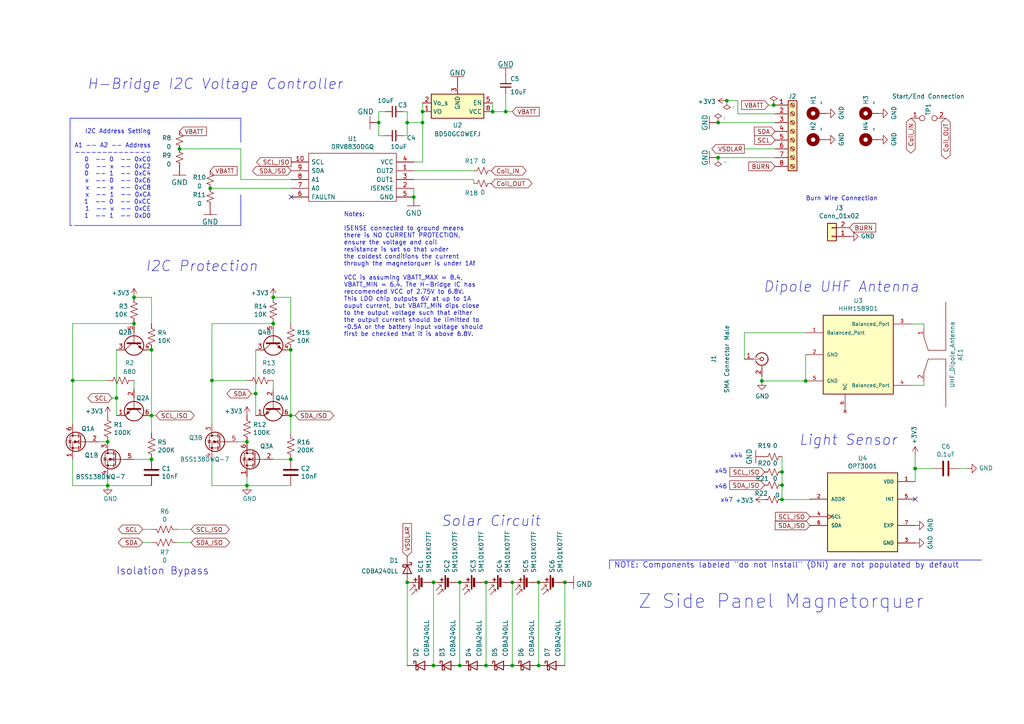
<source format=kicad_sch>
(kicad_sch (version 20230121) (generator eeschema)
  (paper "A4")
  (lib_symbols
    (symbol "Connector:Conn_Coaxial" (pin_names (offset 1.016) hide)
      (property "Reference" "J" (at 0.254 3.048 0))
      (property "Value" "Conn_Coaxial" (at 2.921 0 90))
      (symbol "Conn_Coaxial_1_1"
        (pin passive line (at -5.08 0 0) (length 2.54) (name "In") (number "1"))
        (pin passive line (at 0 -5.08 90) (length 2.54) (name "Ext") (number "2"))
      )
    )
    (symbol "Connector:Screw_Terminal_01x08" (pin_names (offset 1.016) hide)
      (property "Reference" "J" (at 0 10.16 0))
      (property "Value" "Screw_Terminal_01x08" (at 0 -12.7 0))
      (symbol "Screw_Terminal_01x08_1_1"
        (pin passive line (at -5.08 7.62 0) (length 3.81) (name "Pin_1") (number "1"))
        (pin passive line (at -5.08 5.08 0) (length 3.81) (name "Pin_2") (number "2"))
        (pin passive line (at -5.08 2.54 0) (length 3.81) (name "Pin_3") (number "3"))
        (pin passive line (at -5.08 0 0) (length 3.81) (name "Pin_4") (number "4"))
        (pin passive line (at -5.08 -2.54 0) (length 3.81) (name "Pin_5") (number "5"))
        (pin passive line (at -5.08 -5.08 0) (length 3.81) (name "Pin_6") (number "6"))
        (pin passive line (at -5.08 -7.62 0) (length 3.81) (name "Pin_7") (number "7"))
        (pin passive line (at -5.08 -10.16 0) (length 3.81) (name "Pin_8") (number "8"))
      )
    )
    (symbol "Connector_Generic:Conn_01x02" (pin_names (offset 1.016) hide)
      (property "Reference" "J" (at 0 2.54 0))
      (property "Value" "Conn_01x02" (at 0 -5.08 0))
      (symbol "Conn_01x02_1_1"
        (pin passive line (at -5.08 0 0) (length 3.81) (name "Pin_1") (number "1"))
        (pin passive line (at -5.08 -2.54 0) (length 3.81) (name "Pin_2") (number "2"))
      )
    )
    (symbol "Device:C" (pin_numbers hide) (pin_names (offset 0.254))
      (property "Reference" "C" (at 0.635 2.54 0))
      (property "Value" "C" (at 0.635 -2.54 0))
      (symbol "C_1_1"
        (pin passive line (at 0 3.81 270) (length 2.794) (name "~") (number "1"))
        (pin passive line (at 0 -3.81 90) (length 2.794) (name "~") (number "2"))
      )
    )
    (symbol "Device:C_Small" (pin_numbers hide) (pin_names (offset 0.254) hide)
      (property "Reference" "C" (at 0.254 1.778 0))
      (property "Value" "C_Small" (at 0.254 -2.032 0))
      (symbol "C_Small_1_1"
        (pin passive line (at 0 2.54 270) (length 2.032) (name "~") (number "1"))
        (pin passive line (at 0 -2.54 90) (length 2.032) (name "~") (number "2"))
      )
    )
    (symbol "Device:R_Small_US" (pin_numbers hide) (pin_names (offset 0.254) hide)
      (property "Reference" "R" (at 0.762 0.508 0))
      (property "Value" "R_Small_US" (at 0.762 -1.016 0))
      (symbol "R_Small_US_1_1"
        (pin passive line (at 0 2.54 270) (length 1.016) (name "~") (number "1"))
        (pin passive line (at 0 -2.54 90) (length 1.016) (name "~") (number "2"))
      )
    )
    (symbol "Device:R_US" (pin_numbers hide) (pin_names (offset 0))
      (property "Reference" "R" (at 2.54 0 90))
      (property "Value" "R_US" (at -2.54 0 90))
      (symbol "R_US_1_1"
        (pin passive line (at 0 3.81 270) (length 1.27) (name "~") (number "1"))
        (pin passive line (at 0 -3.81 90) (length 1.27) (name "~") (number "2"))
      )
    )
    (symbol "Mechanical:MountingHole_Pad" (pin_numbers hide) (pin_names (offset 1.016) hide)
      (property "Reference" "H" (at 0 6.35 0))
      (property "Value" "MountingHole_Pad" (at 0 4.445 0))
      (symbol "MountingHole_Pad_1_1"
        (pin input line (at 0 -2.54 90) (length 2.54) (name "1") (number "1"))
      )
    )
    (symbol "Regulator_Linear:BD60GA5WEFJ"
      (property "Reference" "U" (at 0 6.35 0))
      (property "Value" "BD60GA5WEFJ" (at 0 3.81 0))
      (symbol "BD60GA5WEFJ_1_1"
        (pin power_out line (at 10.16 0 180) (length 2.54) (name "VO") (number "1"))
        (pin input line (at 10.16 -2.54 180) (length 2.54) (name "Vo_s") (number "2"))
        (pin power_in line (at 0 -7.62 90) (length 2.54) (name "GND") (number "3"))
        (pin passive line (at 0 -7.62 90) (length 2.54) hide (name "GND") (number "4"))
        (pin input line (at -10.16 -2.54 0) (length 2.54) (name "EN") (number "5"))
        (pin passive line (at 0 -7.62 90) (length 2.54) hide (name "GND") (number "6"))
        (pin passive line (at 0 -7.62 90) (length 2.54) hide (name "GND") (number "7"))
        (pin power_in line (at -10.16 0 0) (length 2.54) (name "VCC") (number "8"))
        (pin passive line (at 0 -7.62 90) (length 2.54) hide (name "GND") (number "9"))
      )
    )
    (symbol "Transistor_BJT:MBT2222ADW1T1" (pin_names (offset 0) hide)
      (property "Reference" "Q" (at 5.08 1.27 0))
      (property "Value" "MBT2222ADW1T1" (at 5.08 -1.27 0))
      (symbol "MBT2222ADW1T1_1_1"
        (pin passive line (at 2.54 -5.08 90) (length 2.54) (name "E1") (number "1"))
        (pin input line (at -5.08 0 0) (length 2.54) (name "B1") (number "2"))
        (pin passive line (at 2.54 5.08 270) (length 2.54) (name "C1") (number "6"))
      )
      (symbol "MBT2222ADW1T1_2_1"
        (pin passive line (at 2.54 5.08 270) (length 2.54) (name "C2") (number "3"))
        (pin passive line (at 2.54 -5.08 90) (length 2.54) (name "E2") (number "4"))
        (pin input line (at -5.08 0 0) (length 2.54) (name "B2") (number "5"))
      )
    )
    (symbol "mainboard:GND" (power) (pin_names (offset 1.016))
      (property "Value" "GND" (at -2.54 -2.54 0))
      (symbol "GND_1_0"
        (pin power_in line (at 0 2.54 270) (length 2.54) (name "GND") (number "1"))
      )
    )
    (symbol "power:+3.3V" (power) (pin_names (offset 0))
      (property "Value" "+3.3V" (at 0 3.556 0))
      (symbol "+3.3V_1_1"
        (pin power_in line (at 0 0 90) (length 0) hide (name "+3V3") (number "1"))
      )
    )
    (symbol "power:GND" (power) (pin_names (offset 0))
      (property "Value" "GND" (at 0 -3.81 0))
      (symbol "GND_1_1"
        (pin power_in line (at 0 0 270) (length 0) hide (name "GND") (number "1"))
      )
    )
    (symbol "power:PWR_FLAG" (power) (pin_numbers hide) (pin_names (offset 0) hide)
      (property "Value" "PWR_FLAG" (at 0 3.81 0))
      (symbol "PWR_FLAG_0_0"
        (pin power_out line (at 0 0 90) (length 0) (name "pwr") (number "1"))
      )
    )
    (symbol "sidepanels:BSS138DWQ-7" (pin_names (offset 0.762) hide)
      (property "Reference" "Q" (at -2.54 5.08 0))
      (property "Value" "BSS138DWQ-7" (at 3.81 6.35 0))
      (symbol "BSS138DWQ-7_1_1"
        (pin passive line (at 1.27 -5.08 90) (length 2.54) (name "S2") (number "1"))
        (pin input line (at -6.35 0 0) (length 2.54) (name "G2") (number "2"))
        (pin passive line (at 1.27 5.08 270) (length 2.54) (name "D1") (number "6"))
      )
      (symbol "BSS138DWQ-7_2_1"
        (pin passive line (at 1.27 5.08 270) (length 2.54) (name "D2") (number "3"))
        (pin passive line (at 1.27 -5.08 90) (length 2.54) (name "S1") (number "4"))
        (pin input line (at -6.35 0 0) (length 2.54) (name "G1") (number "5"))
      )
    )
    (symbol "sidepanels:CDBA240LL-HF" (pin_numbers hide) (pin_names (offset 1.016) hide)
      (property "Reference" "D" (at 0 2.54 0))
      (property "Value" "CDBA240LL-HF" (at 0 -2.54 0))
      (symbol "CDBA240LL-HF_1_1"
        (pin passive line (at -3.81 0 0) (length 2.54) (name "K") (number "1"))
        (pin passive line (at 3.81 0 180) (length 2.54) (name "A") (number "2"))
      )
    )
    (symbol "sidepanels:DRV8830DGQR" (pin_names (offset 0.762))
      (property "Reference" "U" (at 0 10.16 0))
      (property "Value" "DRV8830DGQR" (at -7.62 -7.62 0))
      (symbol "DRV8830DGQR_0_0"
        (pin output line (at -17.78 2.54 0) (length 5.08) (name "OUT2") (number "1"))
        (pin input line (at 17.78 5.08 180) (length 5.08) (name "SCL") (number "10"))
        (pin bidirectional line (at -17.78 -2.54 0) (length 5.08) (name "ISENSE") (number "2"))
        (pin output line (at -17.78 0 0) (length 5.08) (name "OUT1") (number "3"))
        (pin power_in line (at -17.78 5.08 0) (length 5.08) (name "VCC") (number "4"))
        (pin power_in line (at -17.78 -5.08 0) (length 5.08) (name "GND") (number "5"))
        (pin open_collector line (at 17.78 -5.08 180) (length 5.08) (name "FAULTN") (number "6"))
        (pin input line (at 17.78 -2.54 180) (length 5.08) (name "A0") (number "7"))
        (pin input line (at 17.78 0 180) (length 5.08) (name "A1") (number "8"))
        (pin bidirectional line (at 17.78 2.54 180) (length 5.08) (name "SDA") (number "9"))
      )
    )
    (symbol "sidepanels:HHM1589D1" (pin_names (offset 1.016))
      (property "Reference" "U" (at 0 0 0))
      (property "Value" "HHM1589D1" (at 0 2.54 0))
      (symbol "HHM1589D1_1_1"
        (pin bidirectional line (at -15.24 -7.62 0) (length 5.08) (name "Balanced_Port") (number "1"))
        (pin power_in line (at -15.24 -13.97 0) (length 5.08) (name "GND") (number "2"))
        (pin bidirectional line (at 15.24 -5.08 180) (length 5.08) (name "Balanced_Port") (number "3"))
        (pin bidirectional line (at 15.24 -22.86 180) (length 5.08) (name "Balanced_Port") (number "4"))
        (pin power_in line (at -15.24 -21.59 0) (length 5.08) (name "GND") (number "5"))
        (pin no_connect line (at -3.81 -30.48 90) (length 5.08) (name "NC") (number "6"))
      )
    )
    (symbol "sidepanels:OPT3001DNPT" (pin_names (offset 1.016))
      (property "Reference" "U" (at -10.16 13.97 0))
      (property "Value" "OPT3001DNPT" (at -6.35 -12.7 0))
      (symbol "OPT3001DNPT_0_0"
        (pin power_in line (at 15.24 10.16 180) (length 5.08) (name "VDD") (number "1"))
        (pin input line (at -15.24 5.08 0) (length 5.08) (name "ADDR") (number "2"))
        (pin power_in line (at 15.24 -7.62 180) (length 5.08) (name "GND") (number "3"))
        (pin input clock (at -15.24 0 0) (length 5.08) (name "SCL") (number "4"))
        (pin output line (at 15.24 5.08 180) (length 5.08) (name "INT") (number "5"))
        (pin bidirectional line (at -15.24 -2.54 0) (length 5.08) (name "SDA") (number "6"))
        (pin passive line (at 15.24 -2.54 180) (length 5.08) (name "EXP") (number "7"))
      )
    )
    (symbol "sidepanels:SM101K07TF" (pin_numbers hide) (pin_names (offset 0) hide)
      (property "Reference" "SC" (at 2.54 2.54 0))
      (property "Value" "SM101K07TF" (at 2.54 0 0))
      (symbol "SM101K07TF_1_1"
        (pin passive line (at 0 5.08 270) (length 2.54) (name "+") (number "1"))
        (pin passive line (at 0 -2.54 90) (length 2.54) (name "-") (number "2"))
      )
    )
    (symbol "sidepanels:TestPointConnection" (pin_names (offset 0.762) hide)
      (property "Reference" "TP" (at 0 1.524 0))
      (property "Value" "TestPointConnection" (at 0 -1.778 0))
      (symbol "TestPointConnection_0_1"
        (pin passive line (at -5.08 0 0) (length 2.54) (name "1") (number "1"))
        (pin passive line (at 5.08 0 180) (length 2.54) (name "2") (number "2"))
      )
    )
    (symbol "sidepanels:UHF_Dipole_Antenna" (pin_names (offset 1.016))
      (property "Reference" "AE" (at 0 2.54 0))
      (property "Value" "UHF_Dipole_Antenna" (at 0 5.08 0))
      (symbol "UHF_Dipole_Antenna_1_1"
        (pin passive line (at -7.62 -5.08 0) (length 2.54) (name "~") (number "1"))
        (pin passive line (at 7.62 -5.08 180) (length 2.54) (name "~") (number "2"))
      )
    )
  )
  (junction (at 79.248 93.853))
  (junction (at 31.242 140.843))
  (junction (at 38.862 93.853))
  (junction (at 21.082 110.363))
  (junction (at 210.82 29.21))
  (junction (at 79.248 86.233))
  (junction (at 125.73 168.91))
  (junction (at 43.942 101.473))
  (junction (at 148.59 193.04))
  (junction (at 133.35 168.91))
  (junction (at 43.942 120.523))
  (junction (at 60.96 54.61))
  (junction (at 140.97 168.91))
  (junction (at 226.822 136.906))
  (junction (at 208.28 45.72))
  (junction (at 224.409 30.48))
  (junction (at 71.628 128.143))
  (junction (at 140.97 193.04))
  (junction (at 71.628 140.843))
  (junction (at 84.328 133.223))
  (junction (at 142.875 32.385))
  (junction (at 156.21 168.91))
  (junction (at 220.98 110.49))
  (junction (at 265.43 135.89))
  (junction (at 38.862 86.233))
  (junction (at 109.855 35.56))
  (junction (at 233.68 110.49))
  (junction (at 208.28 35.56))
  (junction (at 84.328 120.523))
  (junction (at 120.015 57.15))
  (junction (at 122.555 32.385))
  (junction (at 133.35 193.04))
  (junction (at 31.242 128.143))
  (junction (at 146.685 32.385))
  (junction (at 156.21 193.04))
  (junction (at 148.59 168.91))
  (junction (at 226.822 144.907))
  (junction (at 122.555 35.56))
  (junction (at 43.942 133.223))
  (junction (at 118.11 168.91))
  (junction (at 226.822 140.716))
  (junction (at 33.782 115.443))
  (junction (at 163.83 168.91))
  (junction (at 125.73 193.04))
  (junction (at 52.07 43.18))
  (junction (at 61.468 110.363))
  (junction (at 74.168 114.173))
  (junction (at 118.11 35.56))
  (junction (at 84.328 101.473))
  (no_connect (at 84.455 57.15))
  (no_connect (at 265.43 144.78))
  (wire (pts (xy 43.942 125.603) (xy 43.942 120.523)))
  (wire (pts (xy 79.248 133.223) (xy 84.328 133.223)))
  (wire (pts (xy 226.822 136.906) (xy 226.822 140.716)))
  (wire (pts (xy 163.83 193.04) (xy 163.83 168.91)))
  (wire (pts (xy 208.28 35.56) (xy 224.79 35.56)))
  (wire (pts (xy 33.782 101.473) (xy 33.782 115.443)))
  (wire (pts (xy 220.98 109.22) (xy 220.98 110.49)))
  (wire (pts (xy 224.409 30.48) (xy 224.79 30.48)))
  (wire (pts (xy 146.685 27.305) (xy 146.685 32.385)))
  (wire (pts (xy 226.822 140.716) (xy 226.822 144.907)))
  (wire (pts (xy 31.242 110.363) (xy 21.082 110.363)))
  (wire (pts (xy 43.942 101.473) (xy 43.942 120.523)))
  (wire (pts (xy 32.512 115.443) (xy 33.782 115.443)))
  (wire (pts (xy 208.28 45.72) (xy 224.79 45.72)))
  (wire (pts (xy 85.598 120.523) (xy 84.328 120.523)))
  (wire (pts (xy 33.782 115.443) (xy 33.782 120.523)))
  (wire (pts (xy 109.855 32.385) (xy 109.855 35.56)))
  (wire (pts (xy 74.168 114.173) (xy 74.168 120.523)))
  (wire (pts (xy 222.885 30.48) (xy 224.409 30.48)))
  (wire (pts (xy 61.468 133.223) (xy 61.468 140.843)))
  (wire (pts (xy 84.328 101.473) (xy 84.328 120.523)))
  (wire (pts (xy 210.82 29.21) (xy 213.995 29.21)))
  (wire (pts (xy 31.242 140.843) (xy 43.942 140.843)))
  (polyline (pts (xy 21.59 65.405) (xy 69.85 65.405)))
  (wire (pts (xy 72.898 114.173) (xy 74.168 114.173)))
  (wire (pts (xy 45.212 120.523) (xy 43.942 120.523)))
  (wire (pts (xy 43.942 93.853) (xy 43.942 86.233)))
  (wire (pts (xy 74.168 101.473) (xy 74.168 114.173)))
  (wire (pts (xy 79.248 112.903) (xy 79.248 110.363)))
  (wire (pts (xy 84.455 52.07) (xy 69.85 52.07)))
  (wire (pts (xy 125.73 193.04) (xy 125.73 168.91)))
  (wire (pts (xy 118.11 35.56) (xy 122.555 35.56)))
  (wire (pts (xy 267.97 111.76) (xy 267.97 110.49)))
  (wire (pts (xy 21.082 140.843) (xy 31.242 140.843)))
  (polyline (pts (xy 176.784 162.433) (xy 284.734 162.433)))
  (wire (pts (xy 84.328 125.603) (xy 84.328 120.523)))
  (wire (pts (xy 267.97 93.98) (xy 267.97 95.25)))
  (wire (pts (xy 215.9 43.18) (xy 224.79 43.18)))
  (wire (pts (xy 109.855 35.56) (xy 109.855 39.37)))
  (wire (pts (xy 43.942 86.233) (xy 38.862 86.233)))
  (wire (pts (xy 111.76 39.37) (xy 109.855 39.37)))
  (wire (pts (xy 120.015 54.61) (xy 120.015 57.15)))
  (wire (pts (xy 31.242 128.143) (xy 28.702 128.143)))
  (wire (pts (xy 133.35 193.04) (xy 133.35 168.91)))
  (wire (pts (xy 69.85 52.07) (xy 69.85 43.18)))
  (wire (pts (xy 233.68 110.49) (xy 233.68 102.87)))
  (wire (pts (xy 118.11 35.56) (xy 118.11 39.37)))
  (wire (pts (xy 137.414 52.07) (xy 137.414 53.213)))
  (wire (pts (xy 264.16 111.76) (xy 267.97 111.76)))
  (wire (pts (xy 31.242 140.843) (xy 31.242 138.303)))
  (wire (pts (xy 122.555 29.845) (xy 122.555 32.385)))
  (wire (pts (xy 55.372 153.543) (xy 51.562 153.543)))
  (wire (pts (xy 84.328 86.233) (xy 79.248 86.233)))
  (wire (pts (xy 55.372 157.353) (xy 51.562 157.353)))
  (wire (pts (xy 118.11 35.56) (xy 118.11 32.385)))
  (wire (pts (xy 213.995 33.02) (xy 224.79 33.02)))
  (wire (pts (xy 61.468 93.853) (xy 79.248 93.853)))
  (polyline (pts (xy 20.32 34.29) (xy 20.32 65.405)))
  (wire (pts (xy 226.822 144.907) (xy 234.95 144.907)))
  (polyline (pts (xy 20.32 65.405) (xy 20.955 65.405)))
  (wire (pts (xy 142.875 29.845) (xy 142.875 32.385)))
  (wire (pts (xy 21.082 93.853) (xy 21.082 110.363)))
  (wire (pts (xy 264.16 93.98) (xy 267.97 93.98)))
  (wire (pts (xy 21.082 123.063) (xy 21.082 110.363)))
  (wire (pts (xy 69.85 43.18) (xy 52.07 43.18)))
  (wire (pts (xy 120.015 46.99) (xy 122.555 46.99)))
  (polyline (pts (xy 69.85 41.275) (xy 69.85 34.29)))
  (wire (pts (xy 61.468 110.363) (xy 61.468 93.853)))
  (wire (pts (xy 226.822 132.461) (xy 226.822 136.906)))
  (wire (pts (xy 21.082 133.223) (xy 21.082 140.843)))
  (polyline (pts (xy 69.85 34.29) (xy 20.32 34.29)))
  (wire (pts (xy 38.862 112.903) (xy 38.862 110.363)))
  (wire (pts (xy 142.875 32.385) (xy 146.685 32.385)))
  (wire (pts (xy 38.862 133.223) (xy 43.942 133.223)))
  (wire (pts (xy 111.76 32.385) (xy 109.855 32.385)))
  (wire (pts (xy 140.97 193.04) (xy 140.97 168.91)))
  (wire (pts (xy 84.328 140.843) (xy 71.628 140.843)))
  (wire (pts (xy 122.555 32.385) (xy 122.555 35.56)))
  (wire (pts (xy 220.98 110.49) (xy 233.68 110.49)))
  (wire (pts (xy 118.11 193.04) (xy 118.11 168.91)))
  (wire (pts (xy 43.942 157.353) (xy 41.402 157.353)))
  (wire (pts (xy 118.11 39.37) (xy 116.84 39.37)))
  (wire (pts (xy 120.015 52.07) (xy 137.414 52.07)))
  (wire (pts (xy 71.628 110.363) (xy 61.468 110.363)))
  (wire (pts (xy 265.43 139.7) (xy 265.43 135.89)))
  (wire (pts (xy 234.95 144.907) (xy 234.95 144.78)))
  (wire (pts (xy 213.995 29.21) (xy 213.995 33.02)))
  (wire (pts (xy 84.328 93.853) (xy 84.328 86.233)))
  (wire (pts (xy 61.468 123.063) (xy 61.468 110.363)))
  (wire (pts (xy 233.68 96.52) (xy 215.9 96.52)))
  (wire (pts (xy 120.015 49.53) (xy 137.414 49.53)))
  (wire (pts (xy 278.13 135.89) (xy 280.67 135.89)))
  (wire (pts (xy 156.21 193.04) (xy 156.21 168.91)))
  (wire (pts (xy 122.555 35.56) (xy 122.555 46.99)))
  (wire (pts (xy 215.9 104.14) (xy 215.9 96.52)))
  (wire (pts (xy 21.082 93.853) (xy 38.862 93.853)))
  (wire (pts (xy 146.685 32.385) (xy 148.59 32.385)))
  (wire (pts (xy 71.628 128.143) (xy 69.088 128.143)))
  (wire (pts (xy 61.468 140.843) (xy 71.628 140.843)))
  (wire (pts (xy 265.43 135.89) (xy 265.43 132.08)))
  (wire (pts (xy 148.59 193.04) (xy 148.59 168.91)))
  (wire (pts (xy 71.628 140.843) (xy 71.628 138.303)))
  (wire (pts (xy 60.96 54.61) (xy 84.455 54.61)))
  (polyline (pts (xy 69.85 56.515) (xy 69.85 65.405)))
  (polyline (pts (xy 176.784 164.973) (xy 176.784 162.433)))
  (wire (pts (xy 43.942 153.543) (xy 41.402 153.543)))
  (wire (pts (xy 118.11 32.385) (xy 116.84 32.385)))
  (wire (pts (xy 270.51 135.89) (xy 265.43 135.89)))
  (text "Notes: \n\nISENSE connected to ground means\nthere is NO CURRENT PROTECTION, \nensure the voltage and coil\nresistance is set so that under\nthe coldest conditions the current\nthrough the magnetorquer is under 1A!\n\nVCC is assuming VBATT_MAX = 8.4, \nVBATT_MIN = 6.4. The H-Bridge IC has\nreccomended VCC of 2.75V to 6.8V. \nThis LDO chip outputs 6V at up to 1A\nouput current, but VBATT_MIN dips close\nto the output voltage such that either \nthe output current should be limitted to\n~0.5A or the battery input voltage should\nfirst be checked that it is above 6.8V." (at 99.695 97.79 0) (effects (font (size 1.27 1.27)) (justify left bottom)))
  (text "x47\n" (at 212.598 145.923 0) (effects (font (size 1.27 1.27)) (justify right bottom)))
  (text "Isolation Bypass" (at 60.706 167.005 0) (effects (font (size 2.159 2.159)) (justify right bottom)))
  (text "NOTE: Components labeled \"do not install\" (DNI) are not populated by default" (at 178.054 164.973 0) (effects (font (size 1.651 1.651)) (justify left bottom)))
  (text "Solar Circuit" (at 156.845 153.035 0) (effects (font (size 3 3) italic) (justify right bottom)))
  (text "x45" (at 210.947 137.541 0) (effects (font (size 1.27 1.27)) (justify right bottom)))
  (text "Z Side Panel Magnetorquer" (at 185.039 176.911 0) (effects (font (size 4 4)) (justify left bottom)))
  (text "Light Sensor" (at 260.35 129.54 0) (effects (font (size 3 3) italic) (justify right bottom)))
  (text "I2C Address Setting\n\nA1 -- A2 -- Address\n--------------\n0  -- 0  -- 0xC0\n0  -- x  -- 0xC2\n0  -- 1  -- 0xC4\nx  -- 0  -- 0xC6\nx  -- x  -- 0xC8\nx  -- 1  -- 0xCA\n1  -- 0  -- 0xCC\n1  -- x  -- 0xCE\n1  -- 1  -- 0xD0" (at 43.815 63.5 0) (effects (font (size 1.27 1.27)) (justify right bottom)))
  (text "H-Bridge I2C Voltage Controller" (at 99.568 26.289 0) (effects (font (size 3 3) italic) (justify right bottom)))
  (text "I2C Protection" (at 74.93 79.121 0) (effects (font (size 3 3) italic) (justify right bottom)))
  (text "Burn Wire Connection\n" (at 233.68 58.42 0) (effects (font (size 1.27 1.27)) (justify left bottom)))
  (text "Dipole UHF Antenna" (at 266.7 85.09 0) (effects (font (size 3 3) italic) (justify right bottom)))
  (text "x44" (at 215.392 133.096 0) (effects (font (size 1.27 1.27)) (justify right bottom)))
  (text "x46\n" (at 210.947 141.986 0) (effects (font (size 1.27 1.27)) (justify right bottom)))
  (global_label "SDA" (shape input) (at 224.79 38.1 180) (property "Intersheetrefs" "${INTERSHEET_REFS}" (effects hide)))
  (global_label "BURN" (shape input) (at 246.38 66.04 0) (property "Intersheetrefs" "${INTERSHEET_REFS}" (effects hide)))
  (global_label "Coil_OUT" (shape bidirectional) (at 142.494 53.213 0) (property "Intersheetrefs" "${INTERSHEET_REFS}" (effects hide)))
  (global_label "SCL_ISO" (shape input) (at 234.95 149.86 180) (property "Intersheetrefs" "${INTERSHEET_REFS}" (effects hide)))
  (global_label "SCL_ISO" (shape output) (at 84.455 46.99 180) (property "Intersheetrefs" "${INTERSHEET_REFS}" (effects hide)))
  (global_label "VBATT" (shape input) (at 60.96 49.53 0) (property "Intersheetrefs" "${INTERSHEET_REFS}" (effects hide)))
  (global_label "SDA" (shape bidirectional) (at 72.898 114.173 180) (property "Intersheetrefs" "${INTERSHEET_REFS}" (effects hide)))
  (global_label "SCL" (shape input) (at 224.79 40.64 180) (property "Intersheetrefs" "${INTERSHEET_REFS}" (effects hide)))
  (global_label "SCL" (shape bidirectional) (at 32.512 115.443 180) (property "Intersheetrefs" "${INTERSHEET_REFS}" (effects hide)))
  (global_label "SDA_ISO" (shape bidirectional) (at 84.455 49.53 180) (property "Intersheetrefs" "${INTERSHEET_REFS}" (effects hide)))
  (global_label "SDA_ISO" (shape bidirectional) (at 85.598 120.523 0) (property "Intersheetrefs" "${INTERSHEET_REFS}" (effects hide)))
  (global_label "VSOLAR" (shape input) (at 118.11 161.29 90) (property "Intersheetrefs" "${INTERSHEET_REFS}" (effects hide)))
  (global_label "VSOLAR" (shape output) (at 215.9 43.18 180) (property "Intersheetrefs" "${INTERSHEET_REFS}" (effects hide)))
  (global_label "Coil_IN" (shape bidirectional) (at 142.494 49.53 0) (property "Intersheetrefs" "${INTERSHEET_REFS}" (effects hide)))
  (global_label "SCL_ISO" (shape bidirectional) (at 55.372 153.543 0) (property "Intersheetrefs" "${INTERSHEET_REFS}" (effects hide)))
  (global_label "Coil_IN" (shape bidirectional) (at 264.16 34.29 270) (property "Intersheetrefs" "${INTERSHEET_REFS}" (effects hide)))
  (global_label "SCL" (shape bidirectional) (at 41.402 153.543 180) (property "Intersheetrefs" "${INTERSHEET_REFS}" (effects hide)))
  (global_label "SCL_ISO" (shape bidirectional) (at 45.212 120.523 0) (property "Intersheetrefs" "${INTERSHEET_REFS}" (effects hide)))
  (global_label "SCL_ISO" (shape input) (at 221.742 136.906 180) (property "Intersheetrefs" "${INTERSHEET_REFS}" (effects hide)))
  (global_label "SDA_ISO" (shape input) (at 221.742 140.716 180) (property "Intersheetrefs" "${INTERSHEET_REFS}" (effects hide)))
  (global_label "VBATT" (shape input) (at 222.885 30.48 180) (property "Intersheetrefs" "${INTERSHEET_REFS}" (effects hide)))
  (global_label "VBATT" (shape input) (at 52.07 38.1 0) (property "Intersheetrefs" "${INTERSHEET_REFS}" (effects hide)))
  (global_label "SDA_ISO" (shape input) (at 234.95 152.4 180) (property "Intersheetrefs" "${INTERSHEET_REFS}" (effects hide)))
  (global_label "BURN" (shape input) (at 224.79 48.26 180) (property "Intersheetrefs" "${INTERSHEET_REFS}" (effects hide)))
  (global_label "Coil_OUT" (shape bidirectional) (at 274.32 34.29 270) (property "Intersheetrefs" "${INTERSHEET_REFS}" (effects hide)))
  (global_label "VBATT" (shape input) (at 148.59 32.385 0) (property "Intersheetrefs" "${INTERSHEET_REFS}" (effects hide)))
  (global_label "SDA" (shape bidirectional) (at 41.402 157.353 180) (property "Intersheetrefs" "${INTERSHEET_REFS}" (effects hide)))
  (global_label "SDA_ISO" (shape bidirectional) (at 55.372 157.353 0) (property "Intersheetrefs" "${INTERSHEET_REFS}" (effects hide)))
  (symbol (lib_id "sidepanels:CDBA240LL-HF") (at 160.02 193.04 0) (unit 1)
    (property "Reference" "D7" (at 158.75 189.23 90))
    (property "Value" "CDBA240LL" (at 162.56 179.705 90) (effects (justify right bottom)))
    (property "Footprint" "panels:DO-214AC" (effects hide))
  )
  (symbol (lib_id "Transistor_BJT:MBT2222ADW1T1") (at 79.248 98.933 90) (mirror x) (unit 2)
    (property "Reference" "Q4" (at 76.708 96.393 90))
    (property "Value" "MBT2222ADW1T1" (effects hide))
    (property "Footprint" "Package_TO_SOT_SMD:SOT-363_SC-70-6" (effects hide))
    (property "Datasheet" "http://www.onsemi.com/pub_link/Collateral/MBT2222ADW1T1-D.PDF" (effects hide))
  )
  (symbol (lib_id "Mechanical:MountingHole_Pad") (at 237.109 40.513 90) (unit 1) (in_bom no)
    (property "Reference" "H2" (at 235.8644 37.973 0) (effects (justify left)))
    (property "Value" "~" (at 238.1758 37.973 0) (effects (justify left)))
    (property "Footprint" "MountingHole:MountingHole_2.2mm_M2_DIN965_Pad_TopBottom" (effects hide))
  )
  (symbol (lib_id "Device:C") (at 84.328 137.033 0) (unit 1)
    (property "Reference" "C2" (at 87.249 135.89 0) (effects (justify left)))
    (property "Value" "10nF" (at 87.249 138.176 0) (effects (justify left)))
    (property "Footprint" "Capacitor_SMD:C_0603_1608Metric" (effects hide))
  )
  (symbol (lib_id "power:PWR_FLAG") (at 210.82 29.21 180) (unit 1)
    (property "Reference" "#FLG02" (effects hide))
    (property "Value" "PWR_FLAG" (at 212.725 31.115 90) (effects (font (size 0.1 0.1))))
  )
  (symbol (lib_id "Device:C") (at 274.32 135.89 90) (unit 1)
    (property "Reference" "C6" (at 274.32 129.4892 90))
    (property "Value" "0.1uF" (at 274.32 131.8006 90))
    (property "Footprint" "Capacitor_SMD:C_0603_1608Metric" (effects hide))
  )
  (symbol (lib_id "power:GND") (at 280.67 135.89 90) (unit 1)
    (property "Reference" "#PWR019" (effects hide))
    (property "Value" "~" (at 283.9212 135.763 90) (effects (justify right)))
  )
  (symbol (lib_id "power:GND") (at 71.628 140.843 0) (mirror y) (unit 1)
    (property "Reference" "#PWR07" (effects hide))
    (property "Value" "GND" (at 70.358 144.653 0) (effects (justify right)))
  )
  (symbol (lib_id "sidepanels:SM101K07TF") (at 138.43 168.91 90) (unit 1)
    (property "Reference" "SC3" (at 137.2616 166.1668 0) (effects (justify left)))
    (property "Value" "SM101K07TF" (at 139.573 166.1668 0) (effects (justify left)))
    (property "Footprint" "panels:SM101K07TF" (effects hide))
  )
  (symbol (lib_id "sidepanels:CDBA240LL-HF") (at 118.11 165.1 270) (unit 1)
    (property "Reference" "D1" (at 114.3 162.56 90))
    (property "Value" "CDBA240LL" (at 115.57 166.37 90) (effects (justify right bottom)))
    (property "Footprint" "panels:DO-214AC" (effects hide))
  )
  (symbol (lib_id "power:+3.3V") (at 31.242 120.523 0) (mirror y) (unit 1)
    (property "Reference" "#PWR01" (effects hide))
    (property "Value" "+3.3V" (at 29.972 119.253 0) (effects (justify left)))
  )
  (symbol (lib_id "power:PWR_FLAG") (at 208.28 35.56 0) (unit 1)
    (property "Reference" "#FLG01" (effects hide))
    (property "Value" "PWR_FLAG" (at 210.0795 34.29 90) (effects (font (size 0.1 0.1))))
  )
  (symbol (lib_id "Device:R_US") (at 79.248 90.043 0) (unit 1)
    (property "Reference" "R14" (at 77.5208 88.8746 0) (effects (justify right)))
    (property "Value" "10K" (at 77.5208 91.186 0) (effects (justify right)))
    (property "Footprint" "Resistor_SMD:R_0603_1608Metric" (effects hide))
  )
  (symbol (lib_id "Device:R_US") (at 31.242 124.333 180) (unit 1)
    (property "Reference" "R1" (at 32.9692 123.1646 0) (effects (justify right)))
    (property "Value" "100K" (at 32.9692 125.476 0) (effects (justify right)))
    (property "Footprint" "Resistor_SMD:R_0603_1608Metric" (effects hide))
  )
  (symbol (lib_id "sidepanels:SM101K07TF") (at 146.05 168.91 90) (unit 1)
    (property "Reference" "SC4" (at 144.8816 166.1668 0) (effects (justify left)))
    (property "Value" "SM101K07TF" (at 147.193 166.1668 0) (effects (justify left)))
    (property "Footprint" "panels:SM101K07TF" (effects hide))
  )
  (symbol (lib_id "sidepanels:SM101K07TF") (at 161.29 168.91 90) (unit 1)
    (property "Reference" "SC6" (at 160.1216 166.1668 0) (effects (justify left)))
    (property "Value" "SM101K07TF" (at 162.433 166.1668 0) (effects (justify left)))
    (property "Footprint" "panels:SM101K07TF" (effects hide))
  )
  (symbol (lib_id "Device:R_US") (at 38.862 90.043 0) (unit 1)
    (property "Reference" "R3" (at 37.1348 88.8746 0) (effects (justify right)))
    (property "Value" "10K" (at 37.1348 91.186 0) (effects (justify right)))
    (property "Footprint" "Resistor_SMD:R_0603_1608Metric" (effects hide))
  )
  (symbol (lib_id "power:+3.3V") (at 210.82 29.21 90) (unit 1)
    (property "Reference" "#PWR09" (effects hide))
    (property "Value" "+3.3V" (at 204.978 29.464 90))
  )
  (symbol (lib_id "mainboard:GND") (at 205.74 45.72 270) (unit 1)
    (property "Reference" "#GND0101" (effects hide))
    (property "Value" "GND" (at 204.47 45.72 0) (effects (font (size 1.4986 1.4986))))
  )
  (symbol (lib_id "Device:R_Small_US") (at 52.07 40.64 0) (unit 1)
    (property "Reference" "R8" (at 46.99 40.005 0) (effects (justify left)))
    (property "Value" "0" (at 48.26 42.545 0) (effects (justify left)))
    (property "Footprint" "Resistor_SMD:R_0603_1608Metric" (effects hide))
  )
  (symbol (lib_id "Device:C_Small") (at 114.3 32.385 90) (unit 1)
    (property "Reference" "C3" (at 118.11 30.48 90) (effects (justify left)))
    (property "Value" "10uF" (at 114.3 29.21 90) (effects (justify left)))
    (property "Footprint" "Capacitor_SMD:C_1206_3216Metric" (effects hide))
    (property "Datasheet" "https://media.digikey.com/pdf/Data%20Sheets/Samsung%20PDFs/CL31B106KAHNFNE_Spec.pdf" (effects hide))
  )
  (symbol (lib_id "Connector_Generic:Conn_01x02") (at 241.3 68.58 180) (unit 1)
    (property "Reference" "J3" (at 243.3828 60.325 0))
    (property "Value" "Conn_01x02" (at 243.3828 62.6364 0))
    (property "Footprint" "panels:Burn_Wire_Connection" (effects hide))
  )
  (symbol (lib_id "mainboard:GND") (at 52.07 50.8 0) (unit 1)
    (property "Reference" "#GND01" (effects hide))
    (property "Value" "GND" (at 52.07 52.9088 0) (effects (font (size 1.4986 1.4986))))
  )
  (symbol (lib_id "Mechanical:MountingHole_Pad") (at 237.109 32.893 90) (unit 1) (in_bom no)
    (property "Reference" "H1" (at 235.8644 30.353 0) (effects (justify left)))
    (property "Value" "~" (at 238.1758 30.353 0) (effects (justify left)))
    (property "Footprint" "MountingHole:MountingHole_2.2mm_M2_DIN965_Pad_TopBottom" (effects hide))
  )
  (symbol (lib_id "power:GND") (at 239.649 40.513 90) (unit 1)
    (property "Reference" "#PWR013" (effects hide))
    (property "Value" "~" (at 244.0432 40.386 0))
  )
  (symbol (lib_id "mainboard:GND") (at 120.015 59.69 0) (unit 1)
    (property "Reference" "#GND04" (effects hide))
    (property "Value" "GND" (at 120.015 61.7988 0) (effects (font (size 1.4986 1.4986))))
  )
  (symbol (lib_id "Device:C_Small") (at 146.685 24.765 0) (unit 1)
    (property "Reference" "C5" (at 147.955 22.86 0) (effects (justify left)))
    (property "Value" "10uF" (at 147.955 26.67 0) (effects (justify left)))
    (property "Footprint" "Capacitor_SMD:C_1206_3216Metric" (effects hide))
    (property "Datasheet" "https://media.digikey.com/pdf/Data%20Sheets/Samsung%20PDFs/CL31B106KAHNFNE_Spec.pdf" (effects hide))
  )
  (symbol (lib_id "mainboard:GND") (at 132.715 22.225 180) (unit 1)
    (property "Reference" "#GND05" (effects hide))
    (property "Value" "GND" (at 132.715 21.1398 0) (effects (font (size 1.4986 1.4986))))
  )
  (symbol (lib_id "sidepanels:BSS138DWQ-7") (at 32.512 133.223 0) (mirror y) (unit 2)
    (property "Reference" "Q1" (at 28.575 132.0546 0) (effects (justify left)))
    (property "Value" "BSS138DWQ-7" (at 36.322 138.303 0) (effects (justify left)))
    (property "Footprint" "panels:BSS138DWQ-7" (effects hide))
    (property "Datasheet" "https://www.diodes.com/assets/Datasheets/BSS138DWQ.pdf" (effects hide))
    (property "Description" "MOSFET BSS Family" (effects hide))
    (property "Height" "1.1" (effects hide))
    (property "Manufacturer_Name" "Diodes Inc." (effects hide))
    (property "Manufacturer_Part_Number" "BSS138DWQ-7" (effects hide))
    (property "Mouser Part Number" "621-BSS138DWQ-7" (effects hide))
    (property "Mouser Price/Stock" "https://www.mouser.co.uk/ProductDetail/Diodes-Incorporated/BSS138DWQ-7?qs=nJRy1mI8RR9wz3YdMQOQIA%3D%3D" (effects hide))
  )
  (symbol (lib_id "Device:C") (at 43.942 137.033 0) (unit 1)
    (property "Reference" "C1" (at 46.863 135.89 0) (effects (justify left)))
    (property "Value" "10nF" (at 46.863 138.176 0) (effects (justify left)))
    (property "Footprint" "Capacitor_SMD:C_0603_1608Metric" (effects hide))
  )
  (symbol (lib_id "Device:R_US") (at 43.942 97.663 180) (unit 1)
    (property "Reference" "R4" (at 45.6692 96.4946 0) (effects (justify right)))
    (property "Value" "10K" (at 45.6692 98.806 0) (effects (justify right)))
    (property "Footprint" "Resistor_SMD:R_0603_1608Metric" (effects hide))
  )
  (symbol (lib_id "power:+3.3V") (at 79.248 86.233 0) (mirror y) (unit 1)
    (property "Reference" "#PWR08" (effects hide))
    (property "Value" "+3.3V" (at 77.978 84.963 0) (effects (justify left)))
  )
  (symbol (lib_id "Mechanical:MountingHole_Pad") (at 252.349 32.893 90) (unit 1) (in_bom no)
    (property "Reference" "H3" (at 251.1044 30.353 0) (effects (justify left)))
    (property "Value" "~" (at 253.4158 30.353 0) (effects (justify left)))
    (property "Footprint" "MountingHole:MountingHole_2.2mm_M2_DIN965_Pad_TopBottom" (effects hide))
  )
  (symbol (lib_id "sidepanels:BSS138DWQ-7") (at 22.352 128.143 0) (mirror y) (unit 1)
    (property "Reference" "Q1" (at 27.432 124.333 0) (effects (justify left)))
    (property "Value" "BSS138DWQ-7" (effects hide))
    (property "Footprint" "panels:BSS138DWQ-7" (effects hide))
    (property "Datasheet" "https://www.diodes.com/assets/Datasheets/BSS138DWQ.pdf" (effects hide))
    (property "Description" "MOSFET BSS Family" (effects hide))
    (property "Height" "1.1" (effects hide))
    (property "Manufacturer_Name" "Diodes Inc." (effects hide))
    (property "Manufacturer_Part_Number" "BSS138DWQ-7" (effects hide))
    (property "Mouser Part Number" "621-BSS138DWQ-7" (effects hide))
    (property "Mouser Price/Stock" "https://www.mouser.co.uk/ProductDetail/Diodes-Incorporated/BSS138DWQ-7?qs=nJRy1mI8RR9wz3YdMQOQIA%3D%3D" (effects hide))
  )
  (symbol (lib_id "power:+3.3V") (at 38.862 86.233 0) (mirror y) (unit 1)
    (property "Reference" "#PWR03" (effects hide))
    (property "Value" "+3.3V" (at 37.592 84.963 0) (effects (justify left)))
  )
  (symbol (lib_id "Regulator_Linear:BD60GA5WEFJ") (at 132.715 32.385 180) (unit 1)
    (property "Reference" "U2" (at 132.715 36.3204 0))
    (property "Value" "BD50GC0WEFJ" (at 132.715 38.8573 0))
    (property "Footprint" "Package_SO:HTSOP-8-1EP_3.9x4.9mm_P1.27mm_EP2.4x3.2mm" (effects hide))
    (property "Datasheet" "https://fscdn.rohm.com/en/products/databook/datasheet/ic/power/linear_regulator/bdxxgc0wefj-e.pdf" (effects hide))
  )
  (symbol (lib_id "power:GND") (at 254.889 32.893 90) (unit 1)
    (property "Reference" "#PWR014" (effects hide))
    (property "Value" "~" (at 259.2832 32.766 0))
  )
  (symbol (lib_id "power:GND") (at 220.98 110.49 0) (unit 1)
    (property "Reference" "#PWR010" (effects hide))
    (property "Value" "GND" (at 221.107 114.8842 0))
  )
  (symbol (lib_id "mainboard:GND") (at 166.37 168.91 90) (unit 1)
    (property "Reference" "#GND07" (effects hide))
    (property "Value" "GND" (at 167.005 169.4218 90) (effects (font (size 1.4986 1.4986)) (justify right)))
  )
  (symbol (lib_id "Device:R_US") (at 71.628 124.333 180) (unit 1)
    (property "Reference" "R12" (at 73.3552 123.1646 0) (effects (justify right)))
    (property "Value" "100K" (at 73.3552 125.476 0) (effects (justify right)))
    (property "Footprint" "Resistor_SMD:R_0603_1608Metric" (effects hide))
  )
  (symbol (lib_id "power:+3.3V") (at 71.628 120.523 0) (mirror y) (unit 1)
    (property "Reference" "#PWR06" (effects hide))
    (property "Value" "+3.3V" (at 70.358 119.253 0) (effects (justify left)))
  )
  (symbol (lib_id "Device:R_US") (at 84.328 129.413 180) (unit 1)
    (property "Reference" "R16" (at 86.0552 128.2446 0) (effects (justify right)))
    (property "Value" "200K" (at 86.0552 130.556 0) (effects (justify right)))
    (property "Footprint" "Resistor_SMD:R_0603_1608Metric" (effects hide))
  )
  (symbol (lib_id "sidepanels:CDBA240LL-HF") (at 129.54 193.04 0) (unit 1)
    (property "Reference" "D3" (at 128.27 189.23 90))
    (property "Value" "CDBA240LL" (at 132.08 179.705 90) (effects (justify right bottom)))
    (property "Footprint" "panels:DO-214AC" (effects hide))
  )
  (symbol (lib_id "Transistor_BJT:MBT2222ADW1T1") (at 79.248 117.983 270) (unit 1)
    (property "Reference" "Q4" (at 81.788 115.443 90))
    (property "Value" "MBT2222ADW1T1" (effects hide))
    (property "Footprint" "Package_TO_SOT_SMD:SOT-363_SC-70-6" (effects hide))
    (property "Datasheet" "http://www.onsemi.com/pub_link/Collateral/MBT2222ADW1T1-D.PDF" (effects hide))
  )
  (symbol (lib_id "Transistor_BJT:MBT2222ADW1T1") (at 38.862 98.933 90) (mirror x) (unit 2)
    (property "Reference" "Q2" (at 36.322 96.393 90))
    (property "Value" "MBT2222ADW1T1" (effects hide))
    (property "Footprint" "Package_TO_SOT_SMD:SOT-363_SC-70-6" (effects hide))
    (property "Datasheet" "http://www.onsemi.com/pub_link/Collateral/MBT2222ADW1T1-D.PDF" (effects hide))
  )
  (symbol (lib_id "sidepanels:SM101K07TF") (at 123.19 168.91 90) (unit 1)
    (property "Reference" "SC1" (at 122.0216 166.1668 0) (effects (justify left)))
    (property "Value" "SM101K07TF" (at 124.333 166.1668 0) (effects (justify left)))
    (property "Footprint" "panels:SM101K07TF" (effects hide))
  )
  (symbol (lib_id "power:GND") (at 246.38 68.58 90) (unit 1)
    (property "Reference" "#PWR0101" (effects hide))
    (property "Value" "GND" (at 249.6312 68.453 90) (effects (justify right)))
  )
  (symbol (lib_id "power:GND") (at 239.649 32.893 90) (unit 1)
    (property "Reference" "#PWR012" (effects hide))
    (property "Value" "~" (at 244.0432 32.766 0))
  )
  (symbol (lib_id "sidepanels:SM101K07TF") (at 130.81 168.91 90) (unit 1)
    (property "Reference" "SC2" (at 129.6416 166.1668 0) (effects (justify left)))
    (property "Value" "SM101K07TF" (at 131.953 166.1668 0) (effects (justify left)))
    (property "Footprint" "panels:SM101K07TF" (effects hide))
  )
  (symbol (lib_id "Device:R_Small_US") (at 52.07 45.72 0) (unit 1)
    (property "Reference" "R9" (at 46.99 45.085 0) (effects (justify left)))
    (property "Value" "0" (at 48.26 47.625 0) (effects (justify left)))
    (property "Footprint" "Resistor_SMD:R_0603_1608Metric" (effects hide))
  )
  (symbol (lib_id "sidepanels:CDBA240LL-HF") (at 144.78 193.04 0) (unit 1)
    (property "Reference" "D5" (at 143.51 189.23 90))
    (property "Value" "CDBA240LL" (at 147.32 179.705 90) (effects (justify right bottom)))
    (property "Footprint" "panels:DO-214AC" (effects hide))
  )
  (symbol (lib_id "Device:R_US") (at 35.052 110.363 90) (unit 1)
    (property "Reference" "R2" (at 37.592 105.283 90))
    (property "Value" "680" (at 37.592 107.823 90))
    (property "Footprint" "Resistor_SMD:R_0603_1608Metric" (effects hide))
  )
  (symbol (lib_id "Device:R_Small_US") (at 224.282 136.906 90) (unit 1)
    (property "Reference" "R20" (at 223.647 134.366 90) (effects (justify left)))
    (property "Value" "0" (at 225.552 134.366 90) (effects (justify left)))
    (property "Footprint" "Resistor_SMD:R_0603_1608Metric" (effects hide))
  )
  (symbol (lib_id "sidepanels:OPT3001DNPT") (at 250.19 149.86 0) (unit 1)
    (property "Reference" "U4" (at 250.19 132.9182 0))
    (property "Value" "OPT3001" (at 250.19 135.2296 0))
    (property "Footprint" "panels:OPT3001" (effects hide))
    (property "STANDARD" "IPC 7351B" (effects hide))
  )
  (symbol (lib_id "mainboard:GND") (at 60.96 62.23 0) (unit 1)
    (property "Reference" "#GND02" (effects hide))
    (property "Value" "GND" (at 60.96 64.3388 0) (effects (font (size 1.4986 1.4986))))
  )
  (symbol (lib_id "mainboard:GND") (at 107.315 35.56 270) (unit 1)
    (property "Reference" "#GND03" (effects hide))
    (property "Value" "GND" (at 106.045 32.385 90) (effects (font (size 1.4986 1.4986))))
  )
  (symbol (lib_id "mainboard:GND") (at 205.74 35.56 270) (unit 1)
    (property "Reference" "#GND08" (effects hide))
    (property "Value" "GND" (at 204.47 35.56 0) (effects (font (size 1.4986 1.4986))))
  )
  (symbol (lib_id "power:+3.3V") (at 221.742 144.907 90) (unit 1)
    (property "Reference" "#PWR011" (effects hide))
    (property "Value" "+3.3V" (at 215.9 145.161 90))
  )
  (symbol (lib_id "Device:R_US") (at 47.752 153.543 90) (mirror x) (unit 1)
    (property "Reference" "R6" (at 47.752 148.336 90))
    (property "Value" "0" (at 47.752 150.6474 90))
    (property "Footprint" "Resistor_SMD:R_0603_1608Metric" (effects hide))
  )
  (symbol (lib_id "Connector:Conn_Coaxial") (at 220.98 104.14 0) (unit 1)
    (property "Reference" "J1" (at 207.01 104.14 90))
    (property "Value" "SMA Connector Male" (at 210.82 104.14 90))
    (property "Footprint" "panels:SMA_Amphenol_901-144_Vertical" (effects hide))
    (property "Datasheet" " ~" (effects hide))
  )
  (symbol (lib_id "Device:R_Small_US") (at 60.96 57.15 0) (unit 1)
    (property "Reference" "R11" (at 55.88 56.515 0) (effects (justify left)))
    (property "Value" "0" (at 57.15 59.055 0) (effects (justify left)))
    (property "Footprint" "Resistor_SMD:R_0603_1608Metric" (effects hide))
  )
  (symbol (lib_id "mainboard:GND") (at 146.685 19.685 180) (unit 1)
    (property "Reference" "#GND06" (effects hide))
    (property "Value" "GND" (at 146.685 18.5998 0) (effects (font (size 1.4986 1.4986))))
  )
  (symbol (lib_id "sidepanels:SM101K07TF") (at 153.67 168.91 90) (unit 1)
    (property "Reference" "SC5" (at 152.5016 166.1668 0) (effects (justify left)))
    (property "Value" "SM101K07TF" (at 154.813 166.1668 0) (effects (justify left)))
    (property "Footprint" "panels:SM101K07TF" (effects hide))
  )
  (symbol (lib_id "Device:R_Small_US") (at 139.954 49.53 90) (unit 1)
    (property "Reference" "R17" (at 138.684 46.736 90) (effects (justify left)))
    (property "Value" "0" (at 140.97 46.736 90) (effects (justify left)))
    (property "Footprint" "Resistor_SMD:R_0603_1608Metric" (effects hide))
  )
  (symbol (lib_id "Device:R_Small_US") (at 224.282 144.907 90) (unit 1)
    (property "Reference" "R22" (at 222.758 143.129 90) (effects (justify left)))
    (property "Value" "0" (at 226.187 143.637 90) (effects (justify left)))
    (property "Footprint" "Resistor_SMD:R_0603_1608Metric" (effects hide))
  )
  (symbol (lib_id "Device:R_US") (at 84.328 97.663 180) (unit 1)
    (property "Reference" "R15" (at 86.0552 96.4946 0) (effects (justify right)))
    (property "Value" "10K" (at 86.0552 98.806 0) (effects (justify right)))
    (property "Footprint" "Resistor_SMD:R_0603_1608Metric" (effects hide))
  )
  (symbol (lib_id "power:PWR_FLAG") (at 224.409 30.48 0) (unit 1)
    (property "Reference" "#FLG03" (effects hide))
    (property "Value" "PWR_FLAG" (at 226.06 29.2442 0) (effects (font (size 0.1 0.1)) (justify left)))
  )
  (symbol (lib_id "power:GND") (at 265.43 152.4 90) (unit 1)
    (property "Reference" "#PWR017" (effects hide))
    (property "Value" "~" (at 269.8242 152.273 0))
  )
  (symbol (lib_id "power:+3.3V") (at 265.43 132.08 0) (unit 1)
    (property "Reference" "#PWR016" (effects hide))
    (property "Value" "+3.3V" (at 265.176 126.238 90))
  )
  (symbol (lib_id "Device:R_Small_US") (at 224.282 132.461 90) (unit 1)
    (property "Reference" "R19" (at 223.647 129.286 90) (effects (justify left)))
    (property "Value" "0" (at 225.552 129.286 90) (effects (justify left)))
    (property "Footprint" "Resistor_SMD:R_0603_1608Metric" (effects hide))
  )
  (symbol (lib_id "Connector:Screw_Terminal_01x08") (at 229.87 38.1 0) (unit 1)
    (property "Reference" "J2" (at 228.6 27.94 0) (effects (justify left)))
    (property "Value" "Screw_Terminal_01x08" (effects hide))
    (property "Footprint" "Connector_PinHeader_2.54mm:PinHeader_1x08_P2.54mm_Vertical" (effects hide))
  )
  (symbol (lib_id "sidepanels:UHF_Dipole_Antenna") (at 273.05 102.87 270) (unit 1)
    (property "Reference" "AE1" (at 278.511 102.87 0))
    (property "Value" "UHF_Dipole_Antenna" (at 276.1996 102.87 0))
    (property "Footprint" "panels:UHF_Dipole_Antenna_Mount" (effects hide))
  )
  (symbol (lib_id "sidepanels:BSS138DWQ-7") (at 72.898 133.223 0) (mirror y) (unit 1)
    (property "Reference" "Q3" (at 79.248 129.413 0) (effects (justify left)))
    (property "Value" "BSS138DWQ-7" (effects hide))
    (property "Footprint" "panels:BSS138DWQ-7" (effects hide))
    (property "Datasheet" "https://www.diodes.com/assets/Datasheets/BSS138DWQ.pdf" (effects hide))
    (property "Description" "MOSFET BSS Family" (effects hide))
    (property "Height" "1.1" (effects hide))
    (property "Manufacturer_Name" "Diodes Inc." (effects hide))
    (property "Manufacturer_Part_Number" "BSS138DWQ-7" (effects hide))
    (property "Mouser Part Number" "621-BSS138DWQ-7" (effects hide))
    (property "Mouser Price/Stock" "https://www.mouser.co.uk/ProductDetail/Diodes-Incorporated/BSS138DWQ-7?qs=nJRy1mI8RR9wz3YdMQOQIA%3D%3D" (effects hide))
  )
  (symbol (lib_id "Device:R_US") (at 47.752 157.353 90) (mirror x) (unit 1)
    (property "Reference" "R7" (at 47.752 160.2232 90))
    (property "Value" "0" (at 47.752 162.5346 90))
    (property "Footprint" "Resistor_SMD:R_0603_1608Metric" (effects hide))
  )
  (symbol (lib_id "Transistor_BJT:MBT2222ADW1T1") (at 38.862 117.983 270) (unit 1)
    (property "Reference" "Q2" (at 41.402 115.443 90))
    (property "Value" "MBT2222ADW1T1" (effects hide))
    (property "Footprint" "Package_TO_SOT_SMD:SOT-363_SC-70-6" (effects hide))
    (property "Datasheet" "http://www.onsemi.com/pub_link/Collateral/MBT2222ADW1T1-D.PDF" (effects hide))
  )
  (symbol (lib_id "sidepanels:TestPointConnection") (at 269.24 34.29 0) (unit 1)
    (property "Reference" "TP1" (at 269.24 31.75 90))
    (property "Value" "Start/End Connection" (at 269.24 27.94 0))
    (property "Footprint" "panels:TestPointConnection" (effects hide))
  )
  (symbol (lib_id "sidepanels:CDBA240LL-HF") (at 121.92 193.04 0) (unit 1)
    (property "Reference" "D2" (at 120.65 189.23 90))
    (property "Value" "CDBA240LL" (at 124.46 179.705 90) (effects (justify right bottom)))
    (property "Footprint" "panels:DO-214AC" (effects hide))
  )
  (symbol (lib_id "Device:C_Small") (at 114.3 39.37 90) (unit 1)
    (property "Reference" "C4" (at 120.65 40.005 90) (effects (justify left)))
    (property "Value" "10uF" (at 118.11 42.545 90) (effects (justify left)))
    (property "Footprint" "Capacitor_SMD:C_1206_3216Metric" (effects hide))
    (property "Datasheet" "https://media.digikey.com/pdf/Data%20Sheets/Samsung%20PDFs/CL31B106KAHNFNE_Spec.pdf" (effects hide))
  )
  (symbol (lib_id "Mechanical:MountingHole_Pad") (at 252.349 40.513 90) (unit 1) (in_bom no)
    (property "Reference" "H4" (at 251.1044 37.973 0) (effects (justify left)))
    (property "Value" "~" (at 253.4158 37.973 0) (effects (justify left)))
    (property "Footprint" "MountingHole:MountingHole_2.2mm_M2_DIN965_Pad_TopBottom" (effects hide))
  )
  (symbol (lib_id "Device:R_Small_US") (at 139.954 53.213 90) (unit 1)
    (property "Reference" "R18" (at 138.684 56.007 90) (effects (justify left)))
    (property "Value" "0" (at 140.716 55.753 90) (effects (justify left)))
    (property "Footprint" "Resistor_SMD:R_0603_1608Metric" (effects hide))
  )
  (symbol (lib_id "mainboard:GND") (at 219.202 132.461 270) (unit 1)
    (property "Reference" "#GND09" (effects hide))
    (property "Value" "GND" (at 217.297 132.461 0) (effects (font (size 1.4986 1.4986))))
  )
  (symbol (lib_id "sidepanels:HHM1589D1") (at 248.92 88.9 0) (unit 1)
    (property "Reference" "U3" (at 248.92 87.1982 0))
    (property "Value" "HHM1589D1" (at 248.92 89.5096 0))
    (property "Footprint" "RF_Converter:Balun_Johanson_5400BL15B050E" (effects hide))
  )
  (symbol (lib_id "sidepanels:CDBA240LL-HF") (at 137.16 193.04 0) (unit 1)
    (property "Reference" "D4" (at 135.89 189.23 90))
    (property "Value" "CDBA240LL" (at 139.7 179.705 90) (effects (justify right bottom)))
    (property "Footprint" "panels:DO-214AC" (effects hide))
  )
  (symbol (lib_id "power:GND") (at 254.889 40.513 90) (unit 1)
    (property "Reference" "#PWR015" (effects hide))
    (property "Value" "~" (at 259.2832 40.386 0))
  )
  (symbol (lib_id "sidepanels:BSS138DWQ-7") (at 62.738 128.143 0) (mirror y) (unit 2)
    (property "Reference" "Q3" (at 58.801 126.9746 0) (effects (justify left)))
    (property "Value" "BSS138DWQ-7" (at 66.548 133.223 0) (effects (justify left)))
    (property "Footprint" "panels:BSS138DWQ-7" (effects hide))
    (property "Datasheet" "https://www.diodes.com/assets/Datasheets/BSS138DWQ.pdf" (effects hide))
    (property "Description" "MOSFET BSS Family" (effects hide))
    (property "Height" "1.1" (effects hide))
    (property "Manufacturer_Name" "Diodes Inc." (effects hide))
    (property "Manufacturer_Part_Number" "BSS138DWQ-7" (effects hide))
    (property "Mouser Part Number" "621-BSS138DWQ-7" (effects hide))
    (property "Mouser Price/Stock" "https://www.mouser.co.uk/ProductDetail/Diodes-Incorporated/BSS138DWQ-7?qs=nJRy1mI8RR9wz3YdMQOQIA%3D%3D" (effects hide))
  )
  (symbol (lib_id "Device:R_Small_US") (at 60.96 52.07 0) (unit 1)
    (property "Reference" "R10" (at 55.88 51.435 0) (effects (justify left)))
    (property "Value" "0" (at 57.15 53.975 0) (effects (justify left)))
    (property "Footprint" "Resistor_SMD:R_0603_1608Metric" (effects hide))
  )
  (symbol (lib_id "Device:R_US") (at 75.438 110.363 270) (unit 1)
    (property "Reference" "R13" (at 77.978 105.283 90))
    (property "Value" "680" (at 77.978 107.823 90))
    (property "Footprint" "Resistor_SMD:R_0603_1608Metric" (effects hide))
  )
  (symbol (lib_id "sidepanels:DRV8830DGQR") (at 102.235 52.07 0) (mirror y) (unit 1)
    (property "Reference" "U1" (at 102.235 40.259 0))
    (property "Value" "DRV8830DGQ" (at 102.235 42.5704 0))
    (property "Footprint" "panels:DRV8830DGQ" (effects hide))
    (property "Datasheet" "https://www.ti.com/lit/ds/symlink/drv8830.pdf" (effects hide))
    (property "Description" "DRV8830DGQR, Motor Driver, 1A Low Voltage Motor Driver, 2.75 to 6.8V, 10-Pin MSOP PowerPAD" (effects hide))
    (property "Height" "1.1" (effects hide))
    (property "Manufacturer_Name" "Texas Instruments" (effects hide))
    (property "Manufacturer_Part_Number" "DRV8830DGQR" (effects hide))
    (property "Mouser Part Number" "595-DRV8830DGQR" (effects hide))
    (property "Mouser Price/Stock" "https://www.mouser.com/Search/Refine.aspx?Keyword=595-DRV8830DGQR" (effects hide))
    (property "RS Part Number" "7300559P" (effects hide))
    (property "RS Price/Stock" "http://uk.rs-online.com/web/p/products/7300559P" (effects hide))
  )
  (symbol (lib_id "sidepanels:CDBA240LL-HF") (at 152.4 193.04 0) (unit 1)
    (property "Reference" "D6" (at 151.13 189.23 90))
    (property "Value" "CDBA240LL" (at 154.94 179.705 90) (effects (justify right bottom)))
    (property "Footprint" "panels:DO-214AC" (effects hide))
  )
  (symbol (lib_id "Device:R_Small_US") (at 224.282 140.716 90) (unit 1)
    (property "Reference" "R21" (at 223.012 138.811 90) (effects (justify left)))
    (property "Value" "0" (at 225.552 138.811 90) (effects (justify left)))
    (property "Footprint" "Resistor_SMD:R_0603_1608Metric" (effects hide))
  )
  (symbol (lib_id "power:GND") (at 265.43 157.48 90) (unit 1)
    (property "Reference" "#PWR018" (effects hide))
    (property "Value" "~" (at 269.8242 157.353 0))
  )
  (symbol (lib_id "power:PWR_FLAG") (at 208.28 45.72 180) (unit 1)
    (property "Reference" "#FLG0101" (effects hide))
    (property "Value" "PWR_FLAG" (at 209.931 47.0242 0) (effects (font (size 0.1 0.1)) (justify right)))
  )
  (symbol (lib_id "Device:R_US") (at 43.942 129.413 180) (unit 1)
    (property "Reference" "R5" (at 45.6692 128.2446 0) (effects (justify right)))
    (property "Value" "200K" (at 45.6692 130.556 0) (effects (justify right)))
    (property "Footprint" "Resistor_SMD:R_0603_1608Metric" (effects hide))
  )
  (symbol (lib_id "power:GND") (at 31.242 140.843 0) (mirror y) (unit 1)
    (property "Reference" "#PWR02" (effects hide))
    (property "Value" "GND" (at 29.972 144.653 0) (effects (justify right)))
  )
)
</source>
